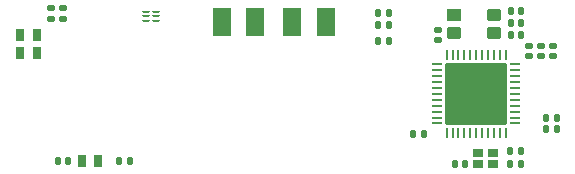
<source format=gbp>
G04*
G04 #@! TF.GenerationSoftware,Altium Limited,Altium Designer,25.5.2 (35)*
G04*
G04 Layer_Color=128*
%FSLAX44Y44*%
%MOMM*%
G71*
G04*
G04 #@! TF.SameCoordinates,128D8583-6615-4204-B1AC-86CD56F38C64*
G04*
G04*
G04 #@! TF.FilePolarity,Positive*
G04*
G01*
G75*
G04:AMPARAMS|DCode=32|XSize=0.72mm|YSize=0.99mm|CornerRadius=0.09mm|HoleSize=0mm|Usage=FLASHONLY|Rotation=180.000|XOffset=0mm|YOffset=0mm|HoleType=Round|Shape=RoundedRectangle|*
%AMROUNDEDRECTD32*
21,1,0.7200,0.8100,0,0,180.0*
21,1,0.5400,0.9900,0,0,180.0*
1,1,0.1800,-0.2700,0.4050*
1,1,0.1800,0.2700,0.4050*
1,1,0.1800,0.2700,-0.4050*
1,1,0.1800,-0.2700,-0.4050*
%
%ADD32ROUNDEDRECTD32*%
G04:AMPARAMS|DCode=33|XSize=0.55mm|YSize=0.6mm|CornerRadius=0.0688mm|HoleSize=0mm|Usage=FLASHONLY|Rotation=0.000|XOffset=0mm|YOffset=0mm|HoleType=Round|Shape=RoundedRectangle|*
%AMROUNDEDRECTD33*
21,1,0.5500,0.4625,0,0,0.0*
21,1,0.4125,0.6000,0,0,0.0*
1,1,0.1375,0.2063,-0.2313*
1,1,0.1375,-0.2063,-0.2313*
1,1,0.1375,-0.2063,0.2313*
1,1,0.1375,0.2063,0.2313*
%
%ADD33ROUNDEDRECTD33*%
G04:AMPARAMS|DCode=34|XSize=0.55mm|YSize=0.6mm|CornerRadius=0.0688mm|HoleSize=0mm|Usage=FLASHONLY|Rotation=90.000|XOffset=0mm|YOffset=0mm|HoleType=Round|Shape=RoundedRectangle|*
%AMROUNDEDRECTD34*
21,1,0.5500,0.4625,0,0,90.0*
21,1,0.4125,0.6000,0,0,90.0*
1,1,0.1375,0.2313,0.2063*
1,1,0.1375,0.2313,-0.2063*
1,1,0.1375,-0.2313,-0.2063*
1,1,0.1375,-0.2313,0.2063*
%
%ADD34ROUNDEDRECTD34*%
G04:AMPARAMS|DCode=35|XSize=0.25mm|YSize=0.85mm|CornerRadius=0.05mm|HoleSize=0mm|Usage=FLASHONLY|Rotation=180.000|XOffset=0mm|YOffset=0mm|HoleType=Round|Shape=RoundedRectangle|*
%AMROUNDEDRECTD35*
21,1,0.2500,0.7500,0,0,180.0*
21,1,0.1500,0.8500,0,0,180.0*
1,1,0.1000,-0.0750,0.3750*
1,1,0.1000,0.0750,0.3750*
1,1,0.1000,0.0750,-0.3750*
1,1,0.1000,-0.0750,-0.3750*
%
%ADD35ROUNDEDRECTD35*%
G04:AMPARAMS|DCode=36|XSize=0.25mm|YSize=0.85mm|CornerRadius=0.05mm|HoleSize=0mm|Usage=FLASHONLY|Rotation=90.000|XOffset=0mm|YOffset=0mm|HoleType=Round|Shape=RoundedRectangle|*
%AMROUNDEDRECTD36*
21,1,0.2500,0.7500,0,0,90.0*
21,1,0.1500,0.8500,0,0,90.0*
1,1,0.1000,0.3750,0.0750*
1,1,0.1000,0.3750,-0.0750*
1,1,0.1000,-0.3750,-0.0750*
1,1,0.1000,-0.3750,0.0750*
%
%ADD36ROUNDEDRECTD36*%
G04:AMPARAMS|DCode=37|XSize=5.2mm|YSize=5.2mm|CornerRadius=0.05mm|HoleSize=0mm|Usage=FLASHONLY|Rotation=180.000|XOffset=0mm|YOffset=0mm|HoleType=Round|Shape=RoundedRectangle|*
%AMROUNDEDRECTD37*
21,1,5.2000,5.1000,0,0,180.0*
21,1,5.1000,5.2000,0,0,180.0*
1,1,0.1000,-2.5500,2.5500*
1,1,0.1000,2.5500,2.5500*
1,1,0.1000,2.5500,-2.5500*
1,1,0.1000,-2.5500,-2.5500*
%
%ADD37ROUNDEDRECTD37*%
G04:AMPARAMS|DCode=38|XSize=0.2mm|YSize=0.6mm|CornerRadius=0.05mm|HoleSize=0mm|Usage=FLASHONLY|Rotation=270.000|XOffset=0mm|YOffset=0mm|HoleType=Round|Shape=RoundedRectangle|*
%AMROUNDEDRECTD38*
21,1,0.2000,0.5000,0,0,270.0*
21,1,0.1000,0.6000,0,0,270.0*
1,1,0.1000,-0.2500,-0.0500*
1,1,0.1000,-0.2500,0.0500*
1,1,0.1000,0.2500,0.0500*
1,1,0.1000,0.2500,-0.0500*
%
%ADD38ROUNDEDRECTD38*%
G04:AMPARAMS|DCode=39|XSize=0.775mm|YSize=0.675mm|CornerRadius=0.0338mm|HoleSize=0mm|Usage=FLASHONLY|Rotation=0.000|XOffset=0mm|YOffset=0mm|HoleType=Round|Shape=RoundedRectangle|*
%AMROUNDEDRECTD39*
21,1,0.7750,0.6075,0,0,0.0*
21,1,0.7075,0.6750,0,0,0.0*
1,1,0.0675,0.3538,-0.3038*
1,1,0.0675,-0.3538,-0.3038*
1,1,0.0675,-0.3538,0.3038*
1,1,0.0675,0.3538,0.3038*
%
%ADD39ROUNDEDRECTD39*%
G04:AMPARAMS|DCode=40|XSize=1.15mm|YSize=1.05mm|CornerRadius=0.1313mm|HoleSize=0mm|Usage=FLASHONLY|Rotation=0.000|XOffset=0mm|YOffset=0mm|HoleType=Round|Shape=RoundedRectangle|*
%AMROUNDEDRECTD40*
21,1,1.1500,0.7875,0,0,0.0*
21,1,0.8875,1.0500,0,0,0.0*
1,1,0.2625,0.4438,-0.3938*
1,1,0.2625,-0.4438,-0.3938*
1,1,0.2625,-0.4438,0.3938*
1,1,0.2625,0.4438,0.3938*
%
%ADD40ROUNDEDRECTD40*%
G04:AMPARAMS|DCode=41|XSize=1.6mm|YSize=2.4mm|CornerRadius=0.05mm|HoleSize=0mm|Usage=FLASHONLY|Rotation=0.000|XOffset=0mm|YOffset=0mm|HoleType=Round|Shape=RoundedRectangle|*
%AMROUNDEDRECTD41*
21,1,1.6000,2.3000,0,0,0.0*
21,1,1.5000,2.4000,0,0,0.0*
1,1,0.1000,0.7500,-1.1500*
1,1,0.1000,-0.7500,-1.1500*
1,1,0.1000,-0.7500,1.1500*
1,1,0.1000,0.7500,1.1500*
%
%ADD41ROUNDEDRECTD41*%
%ADD42R,1.1500X1.0500*%
D32*
X-200850Y30000D02*
D03*
X-214650D02*
D03*
Y45000D02*
D03*
X-200850D02*
D03*
X-162400Y-61500D02*
D03*
X-148500D02*
D03*
D33*
X209250Y-64750D02*
D03*
X200250D02*
D03*
X153000Y-64750D02*
D03*
X162000D02*
D03*
X118139Y-39125D02*
D03*
X127139D02*
D03*
X209500Y65000D02*
D03*
X200500D02*
D03*
X209500Y45000D02*
D03*
X200500D02*
D03*
X-183000Y-61500D02*
D03*
X-174000D02*
D03*
X209250Y-53500D02*
D03*
X200250D02*
D03*
X239500Y-25000D02*
D03*
X230500D02*
D03*
X-121750Y-61500D02*
D03*
X-130750D02*
D03*
X239500Y-35000D02*
D03*
X230500D02*
D03*
X97250Y53750D02*
D03*
X88250D02*
D03*
Y63750D02*
D03*
X97250D02*
D03*
X200500Y55000D02*
D03*
X209500D02*
D03*
X97250Y39750D02*
D03*
X88250D02*
D03*
D34*
X138750Y49500D02*
D03*
Y40500D02*
D03*
X216250Y35750D02*
D03*
Y26750D02*
D03*
X-189000Y67750D02*
D03*
Y58750D02*
D03*
X-178750D02*
D03*
Y67750D02*
D03*
X236250Y26750D02*
D03*
Y35750D02*
D03*
X226250D02*
D03*
Y26750D02*
D03*
D35*
X146250Y-38000D02*
D03*
X196250Y-38000D02*
D03*
X191250Y-38000D02*
D03*
X171250Y-38000D02*
D03*
X166250Y-38000D02*
D03*
X161250Y-38000D02*
D03*
X156250Y-38000D02*
D03*
X151250D02*
D03*
X156250Y28000D02*
D03*
X161250Y28000D02*
D03*
X166250Y28000D02*
D03*
X171250D02*
D03*
X176250D02*
D03*
X181250Y28000D02*
D03*
X186250Y28000D02*
D03*
X191250Y28000D02*
D03*
X151250D02*
D03*
X181250Y-38000D02*
D03*
X176250Y-38000D02*
D03*
X196250Y28000D02*
D03*
X146250D02*
D03*
X186250Y-38000D02*
D03*
D36*
X204250Y20000D02*
D03*
X204250Y10000D02*
D03*
X204250Y5000D02*
D03*
X204250Y-5000D02*
D03*
X204250Y-15000D02*
D03*
X204250Y-20000D02*
D03*
X204250Y-25000D02*
D03*
Y-30000D02*
D03*
X138250Y-20000D02*
D03*
X138250Y-15000D02*
D03*
X138250Y-10000D02*
D03*
X138250Y-5000D02*
D03*
X138250Y0D02*
D03*
Y5000D02*
D03*
X138250Y10000D02*
D03*
Y15000D02*
D03*
X138250Y20000D02*
D03*
X138250Y-30000D02*
D03*
X204250Y-0D02*
D03*
X138250Y-25000D02*
D03*
X204250Y-10000D02*
D03*
X204250Y15000D02*
D03*
D37*
X171250Y-5000D02*
D03*
D38*
X-99900Y64750D02*
D03*
X-99900Y60750D02*
D03*
X-99900Y56750D02*
D03*
X-108100Y64750D02*
D03*
X-108100Y60750D02*
D03*
X-108100Y56750D02*
D03*
D39*
X185625Y-54630D02*
D03*
X185625Y-64375D02*
D03*
X172880Y-64375D02*
D03*
X172880Y-54630D02*
D03*
D40*
X152500Y46250D02*
D03*
X186000D02*
D03*
Y61750D02*
D03*
D41*
X15750Y56000D02*
D03*
X-44250D02*
D03*
X-15750Y56000D02*
D03*
X44250D02*
D03*
D42*
X152500Y61750D02*
D03*
M02*

</source>
